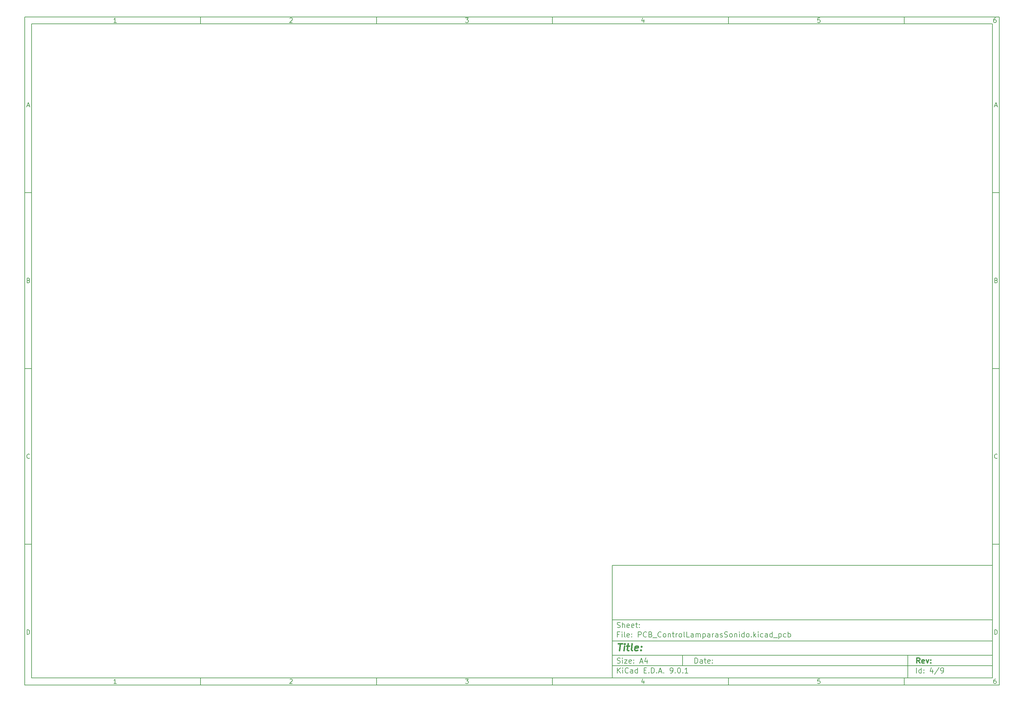
<source format=gbr>
%TF.GenerationSoftware,KiCad,Pcbnew,9.0.1*%
%TF.CreationDate,2025-04-21T16:50:23+01:00*%
%TF.ProjectId,PCB_ControlLamparasSonido,5043425f-436f-46e7-9472-6f6c4c616d70,rev?*%
%TF.SameCoordinates,Original*%
%TF.FileFunction,Paste,Bot*%
%TF.FilePolarity,Positive*%
%FSLAX46Y46*%
G04 Gerber Fmt 4.6, Leading zero omitted, Abs format (unit mm)*
G04 Created by KiCad (PCBNEW 9.0.1) date 2025-04-21 16:50:23*
%MOMM*%
%LPD*%
G01*
G04 APERTURE LIST*
%ADD10C,0.100000*%
%ADD11C,0.150000*%
%ADD12C,0.300000*%
%ADD13C,0.400000*%
G04 APERTURE END LIST*
D10*
D11*
X177002200Y-166007200D02*
X285002200Y-166007200D01*
X285002200Y-198007200D01*
X177002200Y-198007200D01*
X177002200Y-166007200D01*
D10*
D11*
X10000000Y-10000000D02*
X287002200Y-10000000D01*
X287002200Y-200007200D01*
X10000000Y-200007200D01*
X10000000Y-10000000D01*
D10*
D11*
X12000000Y-12000000D02*
X285002200Y-12000000D01*
X285002200Y-198007200D01*
X12000000Y-198007200D01*
X12000000Y-12000000D01*
D10*
D11*
X60000000Y-12000000D02*
X60000000Y-10000000D01*
D10*
D11*
X110000000Y-12000000D02*
X110000000Y-10000000D01*
D10*
D11*
X160000000Y-12000000D02*
X160000000Y-10000000D01*
D10*
D11*
X210000000Y-12000000D02*
X210000000Y-10000000D01*
D10*
D11*
X260000000Y-12000000D02*
X260000000Y-10000000D01*
D10*
D11*
X36089160Y-11593604D02*
X35346303Y-11593604D01*
X35717731Y-11593604D02*
X35717731Y-10293604D01*
X35717731Y-10293604D02*
X35593922Y-10479319D01*
X35593922Y-10479319D02*
X35470112Y-10603128D01*
X35470112Y-10603128D02*
X35346303Y-10665033D01*
D10*
D11*
X85346303Y-10417414D02*
X85408207Y-10355509D01*
X85408207Y-10355509D02*
X85532017Y-10293604D01*
X85532017Y-10293604D02*
X85841541Y-10293604D01*
X85841541Y-10293604D02*
X85965350Y-10355509D01*
X85965350Y-10355509D02*
X86027255Y-10417414D01*
X86027255Y-10417414D02*
X86089160Y-10541223D01*
X86089160Y-10541223D02*
X86089160Y-10665033D01*
X86089160Y-10665033D02*
X86027255Y-10850747D01*
X86027255Y-10850747D02*
X85284398Y-11593604D01*
X85284398Y-11593604D02*
X86089160Y-11593604D01*
D10*
D11*
X135284398Y-10293604D02*
X136089160Y-10293604D01*
X136089160Y-10293604D02*
X135655826Y-10788842D01*
X135655826Y-10788842D02*
X135841541Y-10788842D01*
X135841541Y-10788842D02*
X135965350Y-10850747D01*
X135965350Y-10850747D02*
X136027255Y-10912652D01*
X136027255Y-10912652D02*
X136089160Y-11036461D01*
X136089160Y-11036461D02*
X136089160Y-11345985D01*
X136089160Y-11345985D02*
X136027255Y-11469795D01*
X136027255Y-11469795D02*
X135965350Y-11531700D01*
X135965350Y-11531700D02*
X135841541Y-11593604D01*
X135841541Y-11593604D02*
X135470112Y-11593604D01*
X135470112Y-11593604D02*
X135346303Y-11531700D01*
X135346303Y-11531700D02*
X135284398Y-11469795D01*
D10*
D11*
X185965350Y-10726938D02*
X185965350Y-11593604D01*
X185655826Y-10231700D02*
X185346303Y-11160271D01*
X185346303Y-11160271D02*
X186151064Y-11160271D01*
D10*
D11*
X236027255Y-10293604D02*
X235408207Y-10293604D01*
X235408207Y-10293604D02*
X235346303Y-10912652D01*
X235346303Y-10912652D02*
X235408207Y-10850747D01*
X235408207Y-10850747D02*
X235532017Y-10788842D01*
X235532017Y-10788842D02*
X235841541Y-10788842D01*
X235841541Y-10788842D02*
X235965350Y-10850747D01*
X235965350Y-10850747D02*
X236027255Y-10912652D01*
X236027255Y-10912652D02*
X236089160Y-11036461D01*
X236089160Y-11036461D02*
X236089160Y-11345985D01*
X236089160Y-11345985D02*
X236027255Y-11469795D01*
X236027255Y-11469795D02*
X235965350Y-11531700D01*
X235965350Y-11531700D02*
X235841541Y-11593604D01*
X235841541Y-11593604D02*
X235532017Y-11593604D01*
X235532017Y-11593604D02*
X235408207Y-11531700D01*
X235408207Y-11531700D02*
X235346303Y-11469795D01*
D10*
D11*
X285965350Y-10293604D02*
X285717731Y-10293604D01*
X285717731Y-10293604D02*
X285593922Y-10355509D01*
X285593922Y-10355509D02*
X285532017Y-10417414D01*
X285532017Y-10417414D02*
X285408207Y-10603128D01*
X285408207Y-10603128D02*
X285346303Y-10850747D01*
X285346303Y-10850747D02*
X285346303Y-11345985D01*
X285346303Y-11345985D02*
X285408207Y-11469795D01*
X285408207Y-11469795D02*
X285470112Y-11531700D01*
X285470112Y-11531700D02*
X285593922Y-11593604D01*
X285593922Y-11593604D02*
X285841541Y-11593604D01*
X285841541Y-11593604D02*
X285965350Y-11531700D01*
X285965350Y-11531700D02*
X286027255Y-11469795D01*
X286027255Y-11469795D02*
X286089160Y-11345985D01*
X286089160Y-11345985D02*
X286089160Y-11036461D01*
X286089160Y-11036461D02*
X286027255Y-10912652D01*
X286027255Y-10912652D02*
X285965350Y-10850747D01*
X285965350Y-10850747D02*
X285841541Y-10788842D01*
X285841541Y-10788842D02*
X285593922Y-10788842D01*
X285593922Y-10788842D02*
X285470112Y-10850747D01*
X285470112Y-10850747D02*
X285408207Y-10912652D01*
X285408207Y-10912652D02*
X285346303Y-11036461D01*
D10*
D11*
X60000000Y-198007200D02*
X60000000Y-200007200D01*
D10*
D11*
X110000000Y-198007200D02*
X110000000Y-200007200D01*
D10*
D11*
X160000000Y-198007200D02*
X160000000Y-200007200D01*
D10*
D11*
X210000000Y-198007200D02*
X210000000Y-200007200D01*
D10*
D11*
X260000000Y-198007200D02*
X260000000Y-200007200D01*
D10*
D11*
X36089160Y-199600804D02*
X35346303Y-199600804D01*
X35717731Y-199600804D02*
X35717731Y-198300804D01*
X35717731Y-198300804D02*
X35593922Y-198486519D01*
X35593922Y-198486519D02*
X35470112Y-198610328D01*
X35470112Y-198610328D02*
X35346303Y-198672233D01*
D10*
D11*
X85346303Y-198424614D02*
X85408207Y-198362709D01*
X85408207Y-198362709D02*
X85532017Y-198300804D01*
X85532017Y-198300804D02*
X85841541Y-198300804D01*
X85841541Y-198300804D02*
X85965350Y-198362709D01*
X85965350Y-198362709D02*
X86027255Y-198424614D01*
X86027255Y-198424614D02*
X86089160Y-198548423D01*
X86089160Y-198548423D02*
X86089160Y-198672233D01*
X86089160Y-198672233D02*
X86027255Y-198857947D01*
X86027255Y-198857947D02*
X85284398Y-199600804D01*
X85284398Y-199600804D02*
X86089160Y-199600804D01*
D10*
D11*
X135284398Y-198300804D02*
X136089160Y-198300804D01*
X136089160Y-198300804D02*
X135655826Y-198796042D01*
X135655826Y-198796042D02*
X135841541Y-198796042D01*
X135841541Y-198796042D02*
X135965350Y-198857947D01*
X135965350Y-198857947D02*
X136027255Y-198919852D01*
X136027255Y-198919852D02*
X136089160Y-199043661D01*
X136089160Y-199043661D02*
X136089160Y-199353185D01*
X136089160Y-199353185D02*
X136027255Y-199476995D01*
X136027255Y-199476995D02*
X135965350Y-199538900D01*
X135965350Y-199538900D02*
X135841541Y-199600804D01*
X135841541Y-199600804D02*
X135470112Y-199600804D01*
X135470112Y-199600804D02*
X135346303Y-199538900D01*
X135346303Y-199538900D02*
X135284398Y-199476995D01*
D10*
D11*
X185965350Y-198734138D02*
X185965350Y-199600804D01*
X185655826Y-198238900D02*
X185346303Y-199167471D01*
X185346303Y-199167471D02*
X186151064Y-199167471D01*
D10*
D11*
X236027255Y-198300804D02*
X235408207Y-198300804D01*
X235408207Y-198300804D02*
X235346303Y-198919852D01*
X235346303Y-198919852D02*
X235408207Y-198857947D01*
X235408207Y-198857947D02*
X235532017Y-198796042D01*
X235532017Y-198796042D02*
X235841541Y-198796042D01*
X235841541Y-198796042D02*
X235965350Y-198857947D01*
X235965350Y-198857947D02*
X236027255Y-198919852D01*
X236027255Y-198919852D02*
X236089160Y-199043661D01*
X236089160Y-199043661D02*
X236089160Y-199353185D01*
X236089160Y-199353185D02*
X236027255Y-199476995D01*
X236027255Y-199476995D02*
X235965350Y-199538900D01*
X235965350Y-199538900D02*
X235841541Y-199600804D01*
X235841541Y-199600804D02*
X235532017Y-199600804D01*
X235532017Y-199600804D02*
X235408207Y-199538900D01*
X235408207Y-199538900D02*
X235346303Y-199476995D01*
D10*
D11*
X285965350Y-198300804D02*
X285717731Y-198300804D01*
X285717731Y-198300804D02*
X285593922Y-198362709D01*
X285593922Y-198362709D02*
X285532017Y-198424614D01*
X285532017Y-198424614D02*
X285408207Y-198610328D01*
X285408207Y-198610328D02*
X285346303Y-198857947D01*
X285346303Y-198857947D02*
X285346303Y-199353185D01*
X285346303Y-199353185D02*
X285408207Y-199476995D01*
X285408207Y-199476995D02*
X285470112Y-199538900D01*
X285470112Y-199538900D02*
X285593922Y-199600804D01*
X285593922Y-199600804D02*
X285841541Y-199600804D01*
X285841541Y-199600804D02*
X285965350Y-199538900D01*
X285965350Y-199538900D02*
X286027255Y-199476995D01*
X286027255Y-199476995D02*
X286089160Y-199353185D01*
X286089160Y-199353185D02*
X286089160Y-199043661D01*
X286089160Y-199043661D02*
X286027255Y-198919852D01*
X286027255Y-198919852D02*
X285965350Y-198857947D01*
X285965350Y-198857947D02*
X285841541Y-198796042D01*
X285841541Y-198796042D02*
X285593922Y-198796042D01*
X285593922Y-198796042D02*
X285470112Y-198857947D01*
X285470112Y-198857947D02*
X285408207Y-198919852D01*
X285408207Y-198919852D02*
X285346303Y-199043661D01*
D10*
D11*
X10000000Y-60000000D02*
X12000000Y-60000000D01*
D10*
D11*
X10000000Y-110000000D02*
X12000000Y-110000000D01*
D10*
D11*
X10000000Y-160000000D02*
X12000000Y-160000000D01*
D10*
D11*
X10690476Y-35222176D02*
X11309523Y-35222176D01*
X10566666Y-35593604D02*
X10999999Y-34293604D01*
X10999999Y-34293604D02*
X11433333Y-35593604D01*
D10*
D11*
X11092857Y-84912652D02*
X11278571Y-84974557D01*
X11278571Y-84974557D02*
X11340476Y-85036461D01*
X11340476Y-85036461D02*
X11402380Y-85160271D01*
X11402380Y-85160271D02*
X11402380Y-85345985D01*
X11402380Y-85345985D02*
X11340476Y-85469795D01*
X11340476Y-85469795D02*
X11278571Y-85531700D01*
X11278571Y-85531700D02*
X11154761Y-85593604D01*
X11154761Y-85593604D02*
X10659523Y-85593604D01*
X10659523Y-85593604D02*
X10659523Y-84293604D01*
X10659523Y-84293604D02*
X11092857Y-84293604D01*
X11092857Y-84293604D02*
X11216666Y-84355509D01*
X11216666Y-84355509D02*
X11278571Y-84417414D01*
X11278571Y-84417414D02*
X11340476Y-84541223D01*
X11340476Y-84541223D02*
X11340476Y-84665033D01*
X11340476Y-84665033D02*
X11278571Y-84788842D01*
X11278571Y-84788842D02*
X11216666Y-84850747D01*
X11216666Y-84850747D02*
X11092857Y-84912652D01*
X11092857Y-84912652D02*
X10659523Y-84912652D01*
D10*
D11*
X11402380Y-135469795D02*
X11340476Y-135531700D01*
X11340476Y-135531700D02*
X11154761Y-135593604D01*
X11154761Y-135593604D02*
X11030952Y-135593604D01*
X11030952Y-135593604D02*
X10845238Y-135531700D01*
X10845238Y-135531700D02*
X10721428Y-135407890D01*
X10721428Y-135407890D02*
X10659523Y-135284080D01*
X10659523Y-135284080D02*
X10597619Y-135036461D01*
X10597619Y-135036461D02*
X10597619Y-134850747D01*
X10597619Y-134850747D02*
X10659523Y-134603128D01*
X10659523Y-134603128D02*
X10721428Y-134479319D01*
X10721428Y-134479319D02*
X10845238Y-134355509D01*
X10845238Y-134355509D02*
X11030952Y-134293604D01*
X11030952Y-134293604D02*
X11154761Y-134293604D01*
X11154761Y-134293604D02*
X11340476Y-134355509D01*
X11340476Y-134355509D02*
X11402380Y-134417414D01*
D10*
D11*
X10659523Y-185593604D02*
X10659523Y-184293604D01*
X10659523Y-184293604D02*
X10969047Y-184293604D01*
X10969047Y-184293604D02*
X11154761Y-184355509D01*
X11154761Y-184355509D02*
X11278571Y-184479319D01*
X11278571Y-184479319D02*
X11340476Y-184603128D01*
X11340476Y-184603128D02*
X11402380Y-184850747D01*
X11402380Y-184850747D02*
X11402380Y-185036461D01*
X11402380Y-185036461D02*
X11340476Y-185284080D01*
X11340476Y-185284080D02*
X11278571Y-185407890D01*
X11278571Y-185407890D02*
X11154761Y-185531700D01*
X11154761Y-185531700D02*
X10969047Y-185593604D01*
X10969047Y-185593604D02*
X10659523Y-185593604D01*
D10*
D11*
X287002200Y-60000000D02*
X285002200Y-60000000D01*
D10*
D11*
X287002200Y-110000000D02*
X285002200Y-110000000D01*
D10*
D11*
X287002200Y-160000000D02*
X285002200Y-160000000D01*
D10*
D11*
X285692676Y-35222176D02*
X286311723Y-35222176D01*
X285568866Y-35593604D02*
X286002199Y-34293604D01*
X286002199Y-34293604D02*
X286435533Y-35593604D01*
D10*
D11*
X286095057Y-84912652D02*
X286280771Y-84974557D01*
X286280771Y-84974557D02*
X286342676Y-85036461D01*
X286342676Y-85036461D02*
X286404580Y-85160271D01*
X286404580Y-85160271D02*
X286404580Y-85345985D01*
X286404580Y-85345985D02*
X286342676Y-85469795D01*
X286342676Y-85469795D02*
X286280771Y-85531700D01*
X286280771Y-85531700D02*
X286156961Y-85593604D01*
X286156961Y-85593604D02*
X285661723Y-85593604D01*
X285661723Y-85593604D02*
X285661723Y-84293604D01*
X285661723Y-84293604D02*
X286095057Y-84293604D01*
X286095057Y-84293604D02*
X286218866Y-84355509D01*
X286218866Y-84355509D02*
X286280771Y-84417414D01*
X286280771Y-84417414D02*
X286342676Y-84541223D01*
X286342676Y-84541223D02*
X286342676Y-84665033D01*
X286342676Y-84665033D02*
X286280771Y-84788842D01*
X286280771Y-84788842D02*
X286218866Y-84850747D01*
X286218866Y-84850747D02*
X286095057Y-84912652D01*
X286095057Y-84912652D02*
X285661723Y-84912652D01*
D10*
D11*
X286404580Y-135469795D02*
X286342676Y-135531700D01*
X286342676Y-135531700D02*
X286156961Y-135593604D01*
X286156961Y-135593604D02*
X286033152Y-135593604D01*
X286033152Y-135593604D02*
X285847438Y-135531700D01*
X285847438Y-135531700D02*
X285723628Y-135407890D01*
X285723628Y-135407890D02*
X285661723Y-135284080D01*
X285661723Y-135284080D02*
X285599819Y-135036461D01*
X285599819Y-135036461D02*
X285599819Y-134850747D01*
X285599819Y-134850747D02*
X285661723Y-134603128D01*
X285661723Y-134603128D02*
X285723628Y-134479319D01*
X285723628Y-134479319D02*
X285847438Y-134355509D01*
X285847438Y-134355509D02*
X286033152Y-134293604D01*
X286033152Y-134293604D02*
X286156961Y-134293604D01*
X286156961Y-134293604D02*
X286342676Y-134355509D01*
X286342676Y-134355509D02*
X286404580Y-134417414D01*
D10*
D11*
X285661723Y-185593604D02*
X285661723Y-184293604D01*
X285661723Y-184293604D02*
X285971247Y-184293604D01*
X285971247Y-184293604D02*
X286156961Y-184355509D01*
X286156961Y-184355509D02*
X286280771Y-184479319D01*
X286280771Y-184479319D02*
X286342676Y-184603128D01*
X286342676Y-184603128D02*
X286404580Y-184850747D01*
X286404580Y-184850747D02*
X286404580Y-185036461D01*
X286404580Y-185036461D02*
X286342676Y-185284080D01*
X286342676Y-185284080D02*
X286280771Y-185407890D01*
X286280771Y-185407890D02*
X286156961Y-185531700D01*
X286156961Y-185531700D02*
X285971247Y-185593604D01*
X285971247Y-185593604D02*
X285661723Y-185593604D01*
D10*
D11*
X200458026Y-193793328D02*
X200458026Y-192293328D01*
X200458026Y-192293328D02*
X200815169Y-192293328D01*
X200815169Y-192293328D02*
X201029455Y-192364757D01*
X201029455Y-192364757D02*
X201172312Y-192507614D01*
X201172312Y-192507614D02*
X201243741Y-192650471D01*
X201243741Y-192650471D02*
X201315169Y-192936185D01*
X201315169Y-192936185D02*
X201315169Y-193150471D01*
X201315169Y-193150471D02*
X201243741Y-193436185D01*
X201243741Y-193436185D02*
X201172312Y-193579042D01*
X201172312Y-193579042D02*
X201029455Y-193721900D01*
X201029455Y-193721900D02*
X200815169Y-193793328D01*
X200815169Y-193793328D02*
X200458026Y-193793328D01*
X202600884Y-193793328D02*
X202600884Y-193007614D01*
X202600884Y-193007614D02*
X202529455Y-192864757D01*
X202529455Y-192864757D02*
X202386598Y-192793328D01*
X202386598Y-192793328D02*
X202100884Y-192793328D01*
X202100884Y-192793328D02*
X201958026Y-192864757D01*
X202600884Y-193721900D02*
X202458026Y-193793328D01*
X202458026Y-193793328D02*
X202100884Y-193793328D01*
X202100884Y-193793328D02*
X201958026Y-193721900D01*
X201958026Y-193721900D02*
X201886598Y-193579042D01*
X201886598Y-193579042D02*
X201886598Y-193436185D01*
X201886598Y-193436185D02*
X201958026Y-193293328D01*
X201958026Y-193293328D02*
X202100884Y-193221900D01*
X202100884Y-193221900D02*
X202458026Y-193221900D01*
X202458026Y-193221900D02*
X202600884Y-193150471D01*
X203100884Y-192793328D02*
X203672312Y-192793328D01*
X203315169Y-192293328D02*
X203315169Y-193579042D01*
X203315169Y-193579042D02*
X203386598Y-193721900D01*
X203386598Y-193721900D02*
X203529455Y-193793328D01*
X203529455Y-193793328D02*
X203672312Y-193793328D01*
X204743741Y-193721900D02*
X204600884Y-193793328D01*
X204600884Y-193793328D02*
X204315170Y-193793328D01*
X204315170Y-193793328D02*
X204172312Y-193721900D01*
X204172312Y-193721900D02*
X204100884Y-193579042D01*
X204100884Y-193579042D02*
X204100884Y-193007614D01*
X204100884Y-193007614D02*
X204172312Y-192864757D01*
X204172312Y-192864757D02*
X204315170Y-192793328D01*
X204315170Y-192793328D02*
X204600884Y-192793328D01*
X204600884Y-192793328D02*
X204743741Y-192864757D01*
X204743741Y-192864757D02*
X204815170Y-193007614D01*
X204815170Y-193007614D02*
X204815170Y-193150471D01*
X204815170Y-193150471D02*
X204100884Y-193293328D01*
X205458026Y-193650471D02*
X205529455Y-193721900D01*
X205529455Y-193721900D02*
X205458026Y-193793328D01*
X205458026Y-193793328D02*
X205386598Y-193721900D01*
X205386598Y-193721900D02*
X205458026Y-193650471D01*
X205458026Y-193650471D02*
X205458026Y-193793328D01*
X205458026Y-192864757D02*
X205529455Y-192936185D01*
X205529455Y-192936185D02*
X205458026Y-193007614D01*
X205458026Y-193007614D02*
X205386598Y-192936185D01*
X205386598Y-192936185D02*
X205458026Y-192864757D01*
X205458026Y-192864757D02*
X205458026Y-193007614D01*
D10*
D11*
X177002200Y-194507200D02*
X285002200Y-194507200D01*
D10*
D11*
X178458026Y-196593328D02*
X178458026Y-195093328D01*
X179315169Y-196593328D02*
X178672312Y-195736185D01*
X179315169Y-195093328D02*
X178458026Y-195950471D01*
X179958026Y-196593328D02*
X179958026Y-195593328D01*
X179958026Y-195093328D02*
X179886598Y-195164757D01*
X179886598Y-195164757D02*
X179958026Y-195236185D01*
X179958026Y-195236185D02*
X180029455Y-195164757D01*
X180029455Y-195164757D02*
X179958026Y-195093328D01*
X179958026Y-195093328D02*
X179958026Y-195236185D01*
X181529455Y-196450471D02*
X181458027Y-196521900D01*
X181458027Y-196521900D02*
X181243741Y-196593328D01*
X181243741Y-196593328D02*
X181100884Y-196593328D01*
X181100884Y-196593328D02*
X180886598Y-196521900D01*
X180886598Y-196521900D02*
X180743741Y-196379042D01*
X180743741Y-196379042D02*
X180672312Y-196236185D01*
X180672312Y-196236185D02*
X180600884Y-195950471D01*
X180600884Y-195950471D02*
X180600884Y-195736185D01*
X180600884Y-195736185D02*
X180672312Y-195450471D01*
X180672312Y-195450471D02*
X180743741Y-195307614D01*
X180743741Y-195307614D02*
X180886598Y-195164757D01*
X180886598Y-195164757D02*
X181100884Y-195093328D01*
X181100884Y-195093328D02*
X181243741Y-195093328D01*
X181243741Y-195093328D02*
X181458027Y-195164757D01*
X181458027Y-195164757D02*
X181529455Y-195236185D01*
X182815170Y-196593328D02*
X182815170Y-195807614D01*
X182815170Y-195807614D02*
X182743741Y-195664757D01*
X182743741Y-195664757D02*
X182600884Y-195593328D01*
X182600884Y-195593328D02*
X182315170Y-195593328D01*
X182315170Y-195593328D02*
X182172312Y-195664757D01*
X182815170Y-196521900D02*
X182672312Y-196593328D01*
X182672312Y-196593328D02*
X182315170Y-196593328D01*
X182315170Y-196593328D02*
X182172312Y-196521900D01*
X182172312Y-196521900D02*
X182100884Y-196379042D01*
X182100884Y-196379042D02*
X182100884Y-196236185D01*
X182100884Y-196236185D02*
X182172312Y-196093328D01*
X182172312Y-196093328D02*
X182315170Y-196021900D01*
X182315170Y-196021900D02*
X182672312Y-196021900D01*
X182672312Y-196021900D02*
X182815170Y-195950471D01*
X184172313Y-196593328D02*
X184172313Y-195093328D01*
X184172313Y-196521900D02*
X184029455Y-196593328D01*
X184029455Y-196593328D02*
X183743741Y-196593328D01*
X183743741Y-196593328D02*
X183600884Y-196521900D01*
X183600884Y-196521900D02*
X183529455Y-196450471D01*
X183529455Y-196450471D02*
X183458027Y-196307614D01*
X183458027Y-196307614D02*
X183458027Y-195879042D01*
X183458027Y-195879042D02*
X183529455Y-195736185D01*
X183529455Y-195736185D02*
X183600884Y-195664757D01*
X183600884Y-195664757D02*
X183743741Y-195593328D01*
X183743741Y-195593328D02*
X184029455Y-195593328D01*
X184029455Y-195593328D02*
X184172313Y-195664757D01*
X186029455Y-195807614D02*
X186529455Y-195807614D01*
X186743741Y-196593328D02*
X186029455Y-196593328D01*
X186029455Y-196593328D02*
X186029455Y-195093328D01*
X186029455Y-195093328D02*
X186743741Y-195093328D01*
X187386598Y-196450471D02*
X187458027Y-196521900D01*
X187458027Y-196521900D02*
X187386598Y-196593328D01*
X187386598Y-196593328D02*
X187315170Y-196521900D01*
X187315170Y-196521900D02*
X187386598Y-196450471D01*
X187386598Y-196450471D02*
X187386598Y-196593328D01*
X188100884Y-196593328D02*
X188100884Y-195093328D01*
X188100884Y-195093328D02*
X188458027Y-195093328D01*
X188458027Y-195093328D02*
X188672313Y-195164757D01*
X188672313Y-195164757D02*
X188815170Y-195307614D01*
X188815170Y-195307614D02*
X188886599Y-195450471D01*
X188886599Y-195450471D02*
X188958027Y-195736185D01*
X188958027Y-195736185D02*
X188958027Y-195950471D01*
X188958027Y-195950471D02*
X188886599Y-196236185D01*
X188886599Y-196236185D02*
X188815170Y-196379042D01*
X188815170Y-196379042D02*
X188672313Y-196521900D01*
X188672313Y-196521900D02*
X188458027Y-196593328D01*
X188458027Y-196593328D02*
X188100884Y-196593328D01*
X189600884Y-196450471D02*
X189672313Y-196521900D01*
X189672313Y-196521900D02*
X189600884Y-196593328D01*
X189600884Y-196593328D02*
X189529456Y-196521900D01*
X189529456Y-196521900D02*
X189600884Y-196450471D01*
X189600884Y-196450471D02*
X189600884Y-196593328D01*
X190243742Y-196164757D02*
X190958028Y-196164757D01*
X190100885Y-196593328D02*
X190600885Y-195093328D01*
X190600885Y-195093328D02*
X191100885Y-196593328D01*
X191600884Y-196450471D02*
X191672313Y-196521900D01*
X191672313Y-196521900D02*
X191600884Y-196593328D01*
X191600884Y-196593328D02*
X191529456Y-196521900D01*
X191529456Y-196521900D02*
X191600884Y-196450471D01*
X191600884Y-196450471D02*
X191600884Y-196593328D01*
X193529456Y-196593328D02*
X193815170Y-196593328D01*
X193815170Y-196593328D02*
X193958027Y-196521900D01*
X193958027Y-196521900D02*
X194029456Y-196450471D01*
X194029456Y-196450471D02*
X194172313Y-196236185D01*
X194172313Y-196236185D02*
X194243742Y-195950471D01*
X194243742Y-195950471D02*
X194243742Y-195379042D01*
X194243742Y-195379042D02*
X194172313Y-195236185D01*
X194172313Y-195236185D02*
X194100885Y-195164757D01*
X194100885Y-195164757D02*
X193958027Y-195093328D01*
X193958027Y-195093328D02*
X193672313Y-195093328D01*
X193672313Y-195093328D02*
X193529456Y-195164757D01*
X193529456Y-195164757D02*
X193458027Y-195236185D01*
X193458027Y-195236185D02*
X193386599Y-195379042D01*
X193386599Y-195379042D02*
X193386599Y-195736185D01*
X193386599Y-195736185D02*
X193458027Y-195879042D01*
X193458027Y-195879042D02*
X193529456Y-195950471D01*
X193529456Y-195950471D02*
X193672313Y-196021900D01*
X193672313Y-196021900D02*
X193958027Y-196021900D01*
X193958027Y-196021900D02*
X194100885Y-195950471D01*
X194100885Y-195950471D02*
X194172313Y-195879042D01*
X194172313Y-195879042D02*
X194243742Y-195736185D01*
X194886598Y-196450471D02*
X194958027Y-196521900D01*
X194958027Y-196521900D02*
X194886598Y-196593328D01*
X194886598Y-196593328D02*
X194815170Y-196521900D01*
X194815170Y-196521900D02*
X194886598Y-196450471D01*
X194886598Y-196450471D02*
X194886598Y-196593328D01*
X195886599Y-195093328D02*
X196029456Y-195093328D01*
X196029456Y-195093328D02*
X196172313Y-195164757D01*
X196172313Y-195164757D02*
X196243742Y-195236185D01*
X196243742Y-195236185D02*
X196315170Y-195379042D01*
X196315170Y-195379042D02*
X196386599Y-195664757D01*
X196386599Y-195664757D02*
X196386599Y-196021900D01*
X196386599Y-196021900D02*
X196315170Y-196307614D01*
X196315170Y-196307614D02*
X196243742Y-196450471D01*
X196243742Y-196450471D02*
X196172313Y-196521900D01*
X196172313Y-196521900D02*
X196029456Y-196593328D01*
X196029456Y-196593328D02*
X195886599Y-196593328D01*
X195886599Y-196593328D02*
X195743742Y-196521900D01*
X195743742Y-196521900D02*
X195672313Y-196450471D01*
X195672313Y-196450471D02*
X195600884Y-196307614D01*
X195600884Y-196307614D02*
X195529456Y-196021900D01*
X195529456Y-196021900D02*
X195529456Y-195664757D01*
X195529456Y-195664757D02*
X195600884Y-195379042D01*
X195600884Y-195379042D02*
X195672313Y-195236185D01*
X195672313Y-195236185D02*
X195743742Y-195164757D01*
X195743742Y-195164757D02*
X195886599Y-195093328D01*
X197029455Y-196450471D02*
X197100884Y-196521900D01*
X197100884Y-196521900D02*
X197029455Y-196593328D01*
X197029455Y-196593328D02*
X196958027Y-196521900D01*
X196958027Y-196521900D02*
X197029455Y-196450471D01*
X197029455Y-196450471D02*
X197029455Y-196593328D01*
X198529456Y-196593328D02*
X197672313Y-196593328D01*
X198100884Y-196593328D02*
X198100884Y-195093328D01*
X198100884Y-195093328D02*
X197958027Y-195307614D01*
X197958027Y-195307614D02*
X197815170Y-195450471D01*
X197815170Y-195450471D02*
X197672313Y-195521900D01*
D10*
D11*
X177002200Y-191507200D02*
X285002200Y-191507200D01*
D10*
D12*
X264413853Y-193785528D02*
X263913853Y-193071242D01*
X263556710Y-193785528D02*
X263556710Y-192285528D01*
X263556710Y-192285528D02*
X264128139Y-192285528D01*
X264128139Y-192285528D02*
X264270996Y-192356957D01*
X264270996Y-192356957D02*
X264342425Y-192428385D01*
X264342425Y-192428385D02*
X264413853Y-192571242D01*
X264413853Y-192571242D02*
X264413853Y-192785528D01*
X264413853Y-192785528D02*
X264342425Y-192928385D01*
X264342425Y-192928385D02*
X264270996Y-192999814D01*
X264270996Y-192999814D02*
X264128139Y-193071242D01*
X264128139Y-193071242D02*
X263556710Y-193071242D01*
X265628139Y-193714100D02*
X265485282Y-193785528D01*
X265485282Y-193785528D02*
X265199568Y-193785528D01*
X265199568Y-193785528D02*
X265056710Y-193714100D01*
X265056710Y-193714100D02*
X264985282Y-193571242D01*
X264985282Y-193571242D02*
X264985282Y-192999814D01*
X264985282Y-192999814D02*
X265056710Y-192856957D01*
X265056710Y-192856957D02*
X265199568Y-192785528D01*
X265199568Y-192785528D02*
X265485282Y-192785528D01*
X265485282Y-192785528D02*
X265628139Y-192856957D01*
X265628139Y-192856957D02*
X265699568Y-192999814D01*
X265699568Y-192999814D02*
X265699568Y-193142671D01*
X265699568Y-193142671D02*
X264985282Y-193285528D01*
X266199567Y-192785528D02*
X266556710Y-193785528D01*
X266556710Y-193785528D02*
X266913853Y-192785528D01*
X267485281Y-193642671D02*
X267556710Y-193714100D01*
X267556710Y-193714100D02*
X267485281Y-193785528D01*
X267485281Y-193785528D02*
X267413853Y-193714100D01*
X267413853Y-193714100D02*
X267485281Y-193642671D01*
X267485281Y-193642671D02*
X267485281Y-193785528D01*
X267485281Y-192856957D02*
X267556710Y-192928385D01*
X267556710Y-192928385D02*
X267485281Y-192999814D01*
X267485281Y-192999814D02*
X267413853Y-192928385D01*
X267413853Y-192928385D02*
X267485281Y-192856957D01*
X267485281Y-192856957D02*
X267485281Y-192999814D01*
D10*
D11*
X178386598Y-193721900D02*
X178600884Y-193793328D01*
X178600884Y-193793328D02*
X178958026Y-193793328D01*
X178958026Y-193793328D02*
X179100884Y-193721900D01*
X179100884Y-193721900D02*
X179172312Y-193650471D01*
X179172312Y-193650471D02*
X179243741Y-193507614D01*
X179243741Y-193507614D02*
X179243741Y-193364757D01*
X179243741Y-193364757D02*
X179172312Y-193221900D01*
X179172312Y-193221900D02*
X179100884Y-193150471D01*
X179100884Y-193150471D02*
X178958026Y-193079042D01*
X178958026Y-193079042D02*
X178672312Y-193007614D01*
X178672312Y-193007614D02*
X178529455Y-192936185D01*
X178529455Y-192936185D02*
X178458026Y-192864757D01*
X178458026Y-192864757D02*
X178386598Y-192721900D01*
X178386598Y-192721900D02*
X178386598Y-192579042D01*
X178386598Y-192579042D02*
X178458026Y-192436185D01*
X178458026Y-192436185D02*
X178529455Y-192364757D01*
X178529455Y-192364757D02*
X178672312Y-192293328D01*
X178672312Y-192293328D02*
X179029455Y-192293328D01*
X179029455Y-192293328D02*
X179243741Y-192364757D01*
X179886597Y-193793328D02*
X179886597Y-192793328D01*
X179886597Y-192293328D02*
X179815169Y-192364757D01*
X179815169Y-192364757D02*
X179886597Y-192436185D01*
X179886597Y-192436185D02*
X179958026Y-192364757D01*
X179958026Y-192364757D02*
X179886597Y-192293328D01*
X179886597Y-192293328D02*
X179886597Y-192436185D01*
X180458026Y-192793328D02*
X181243741Y-192793328D01*
X181243741Y-192793328D02*
X180458026Y-193793328D01*
X180458026Y-193793328D02*
X181243741Y-193793328D01*
X182386598Y-193721900D02*
X182243741Y-193793328D01*
X182243741Y-193793328D02*
X181958027Y-193793328D01*
X181958027Y-193793328D02*
X181815169Y-193721900D01*
X181815169Y-193721900D02*
X181743741Y-193579042D01*
X181743741Y-193579042D02*
X181743741Y-193007614D01*
X181743741Y-193007614D02*
X181815169Y-192864757D01*
X181815169Y-192864757D02*
X181958027Y-192793328D01*
X181958027Y-192793328D02*
X182243741Y-192793328D01*
X182243741Y-192793328D02*
X182386598Y-192864757D01*
X182386598Y-192864757D02*
X182458027Y-193007614D01*
X182458027Y-193007614D02*
X182458027Y-193150471D01*
X182458027Y-193150471D02*
X181743741Y-193293328D01*
X183100883Y-193650471D02*
X183172312Y-193721900D01*
X183172312Y-193721900D02*
X183100883Y-193793328D01*
X183100883Y-193793328D02*
X183029455Y-193721900D01*
X183029455Y-193721900D02*
X183100883Y-193650471D01*
X183100883Y-193650471D02*
X183100883Y-193793328D01*
X183100883Y-192864757D02*
X183172312Y-192936185D01*
X183172312Y-192936185D02*
X183100883Y-193007614D01*
X183100883Y-193007614D02*
X183029455Y-192936185D01*
X183029455Y-192936185D02*
X183100883Y-192864757D01*
X183100883Y-192864757D02*
X183100883Y-193007614D01*
X184886598Y-193364757D02*
X185600884Y-193364757D01*
X184743741Y-193793328D02*
X185243741Y-192293328D01*
X185243741Y-192293328D02*
X185743741Y-193793328D01*
X186886598Y-192793328D02*
X186886598Y-193793328D01*
X186529455Y-192221900D02*
X186172312Y-193293328D01*
X186172312Y-193293328D02*
X187100883Y-193293328D01*
D10*
D11*
X263458026Y-196593328D02*
X263458026Y-195093328D01*
X264815170Y-196593328D02*
X264815170Y-195093328D01*
X264815170Y-196521900D02*
X264672312Y-196593328D01*
X264672312Y-196593328D02*
X264386598Y-196593328D01*
X264386598Y-196593328D02*
X264243741Y-196521900D01*
X264243741Y-196521900D02*
X264172312Y-196450471D01*
X264172312Y-196450471D02*
X264100884Y-196307614D01*
X264100884Y-196307614D02*
X264100884Y-195879042D01*
X264100884Y-195879042D02*
X264172312Y-195736185D01*
X264172312Y-195736185D02*
X264243741Y-195664757D01*
X264243741Y-195664757D02*
X264386598Y-195593328D01*
X264386598Y-195593328D02*
X264672312Y-195593328D01*
X264672312Y-195593328D02*
X264815170Y-195664757D01*
X265529455Y-196450471D02*
X265600884Y-196521900D01*
X265600884Y-196521900D02*
X265529455Y-196593328D01*
X265529455Y-196593328D02*
X265458027Y-196521900D01*
X265458027Y-196521900D02*
X265529455Y-196450471D01*
X265529455Y-196450471D02*
X265529455Y-196593328D01*
X265529455Y-195664757D02*
X265600884Y-195736185D01*
X265600884Y-195736185D02*
X265529455Y-195807614D01*
X265529455Y-195807614D02*
X265458027Y-195736185D01*
X265458027Y-195736185D02*
X265529455Y-195664757D01*
X265529455Y-195664757D02*
X265529455Y-195807614D01*
X268029456Y-195593328D02*
X268029456Y-196593328D01*
X267672313Y-195021900D02*
X267315170Y-196093328D01*
X267315170Y-196093328D02*
X268243741Y-196093328D01*
X269886598Y-195021900D02*
X268600884Y-196950471D01*
X270458027Y-196593328D02*
X270743741Y-196593328D01*
X270743741Y-196593328D02*
X270886598Y-196521900D01*
X270886598Y-196521900D02*
X270958027Y-196450471D01*
X270958027Y-196450471D02*
X271100884Y-196236185D01*
X271100884Y-196236185D02*
X271172313Y-195950471D01*
X271172313Y-195950471D02*
X271172313Y-195379042D01*
X271172313Y-195379042D02*
X271100884Y-195236185D01*
X271100884Y-195236185D02*
X271029456Y-195164757D01*
X271029456Y-195164757D02*
X270886598Y-195093328D01*
X270886598Y-195093328D02*
X270600884Y-195093328D01*
X270600884Y-195093328D02*
X270458027Y-195164757D01*
X270458027Y-195164757D02*
X270386598Y-195236185D01*
X270386598Y-195236185D02*
X270315170Y-195379042D01*
X270315170Y-195379042D02*
X270315170Y-195736185D01*
X270315170Y-195736185D02*
X270386598Y-195879042D01*
X270386598Y-195879042D02*
X270458027Y-195950471D01*
X270458027Y-195950471D02*
X270600884Y-196021900D01*
X270600884Y-196021900D02*
X270886598Y-196021900D01*
X270886598Y-196021900D02*
X271029456Y-195950471D01*
X271029456Y-195950471D02*
X271100884Y-195879042D01*
X271100884Y-195879042D02*
X271172313Y-195736185D01*
D10*
D11*
X177002200Y-187507200D02*
X285002200Y-187507200D01*
D10*
D13*
X178693928Y-188211638D02*
X179836785Y-188211638D01*
X179015357Y-190211638D02*
X179265357Y-188211638D01*
X180253452Y-190211638D02*
X180420119Y-188878304D01*
X180503452Y-188211638D02*
X180396309Y-188306876D01*
X180396309Y-188306876D02*
X180479643Y-188402114D01*
X180479643Y-188402114D02*
X180586786Y-188306876D01*
X180586786Y-188306876D02*
X180503452Y-188211638D01*
X180503452Y-188211638D02*
X180479643Y-188402114D01*
X181086786Y-188878304D02*
X181848690Y-188878304D01*
X181455833Y-188211638D02*
X181241548Y-189925923D01*
X181241548Y-189925923D02*
X181312976Y-190116400D01*
X181312976Y-190116400D02*
X181491548Y-190211638D01*
X181491548Y-190211638D02*
X181682024Y-190211638D01*
X182634405Y-190211638D02*
X182455833Y-190116400D01*
X182455833Y-190116400D02*
X182384405Y-189925923D01*
X182384405Y-189925923D02*
X182598690Y-188211638D01*
X184170119Y-190116400D02*
X183967738Y-190211638D01*
X183967738Y-190211638D02*
X183586785Y-190211638D01*
X183586785Y-190211638D02*
X183408214Y-190116400D01*
X183408214Y-190116400D02*
X183336785Y-189925923D01*
X183336785Y-189925923D02*
X183432024Y-189164019D01*
X183432024Y-189164019D02*
X183551071Y-188973542D01*
X183551071Y-188973542D02*
X183753452Y-188878304D01*
X183753452Y-188878304D02*
X184134404Y-188878304D01*
X184134404Y-188878304D02*
X184312976Y-188973542D01*
X184312976Y-188973542D02*
X184384404Y-189164019D01*
X184384404Y-189164019D02*
X184360595Y-189354495D01*
X184360595Y-189354495D02*
X183384404Y-189544971D01*
X185134405Y-190021161D02*
X185217738Y-190116400D01*
X185217738Y-190116400D02*
X185110595Y-190211638D01*
X185110595Y-190211638D02*
X185027262Y-190116400D01*
X185027262Y-190116400D02*
X185134405Y-190021161D01*
X185134405Y-190021161D02*
X185110595Y-190211638D01*
X185265357Y-188973542D02*
X185348690Y-189068780D01*
X185348690Y-189068780D02*
X185241548Y-189164019D01*
X185241548Y-189164019D02*
X185158214Y-189068780D01*
X185158214Y-189068780D02*
X185265357Y-188973542D01*
X185265357Y-188973542D02*
X185241548Y-189164019D01*
D10*
D11*
X178958026Y-185607614D02*
X178458026Y-185607614D01*
X178458026Y-186393328D02*
X178458026Y-184893328D01*
X178458026Y-184893328D02*
X179172312Y-184893328D01*
X179743740Y-186393328D02*
X179743740Y-185393328D01*
X179743740Y-184893328D02*
X179672312Y-184964757D01*
X179672312Y-184964757D02*
X179743740Y-185036185D01*
X179743740Y-185036185D02*
X179815169Y-184964757D01*
X179815169Y-184964757D02*
X179743740Y-184893328D01*
X179743740Y-184893328D02*
X179743740Y-185036185D01*
X180672312Y-186393328D02*
X180529455Y-186321900D01*
X180529455Y-186321900D02*
X180458026Y-186179042D01*
X180458026Y-186179042D02*
X180458026Y-184893328D01*
X181815169Y-186321900D02*
X181672312Y-186393328D01*
X181672312Y-186393328D02*
X181386598Y-186393328D01*
X181386598Y-186393328D02*
X181243740Y-186321900D01*
X181243740Y-186321900D02*
X181172312Y-186179042D01*
X181172312Y-186179042D02*
X181172312Y-185607614D01*
X181172312Y-185607614D02*
X181243740Y-185464757D01*
X181243740Y-185464757D02*
X181386598Y-185393328D01*
X181386598Y-185393328D02*
X181672312Y-185393328D01*
X181672312Y-185393328D02*
X181815169Y-185464757D01*
X181815169Y-185464757D02*
X181886598Y-185607614D01*
X181886598Y-185607614D02*
X181886598Y-185750471D01*
X181886598Y-185750471D02*
X181172312Y-185893328D01*
X182529454Y-186250471D02*
X182600883Y-186321900D01*
X182600883Y-186321900D02*
X182529454Y-186393328D01*
X182529454Y-186393328D02*
X182458026Y-186321900D01*
X182458026Y-186321900D02*
X182529454Y-186250471D01*
X182529454Y-186250471D02*
X182529454Y-186393328D01*
X182529454Y-185464757D02*
X182600883Y-185536185D01*
X182600883Y-185536185D02*
X182529454Y-185607614D01*
X182529454Y-185607614D02*
X182458026Y-185536185D01*
X182458026Y-185536185D02*
X182529454Y-185464757D01*
X182529454Y-185464757D02*
X182529454Y-185607614D01*
X184386597Y-186393328D02*
X184386597Y-184893328D01*
X184386597Y-184893328D02*
X184958026Y-184893328D01*
X184958026Y-184893328D02*
X185100883Y-184964757D01*
X185100883Y-184964757D02*
X185172312Y-185036185D01*
X185172312Y-185036185D02*
X185243740Y-185179042D01*
X185243740Y-185179042D02*
X185243740Y-185393328D01*
X185243740Y-185393328D02*
X185172312Y-185536185D01*
X185172312Y-185536185D02*
X185100883Y-185607614D01*
X185100883Y-185607614D02*
X184958026Y-185679042D01*
X184958026Y-185679042D02*
X184386597Y-185679042D01*
X186743740Y-186250471D02*
X186672312Y-186321900D01*
X186672312Y-186321900D02*
X186458026Y-186393328D01*
X186458026Y-186393328D02*
X186315169Y-186393328D01*
X186315169Y-186393328D02*
X186100883Y-186321900D01*
X186100883Y-186321900D02*
X185958026Y-186179042D01*
X185958026Y-186179042D02*
X185886597Y-186036185D01*
X185886597Y-186036185D02*
X185815169Y-185750471D01*
X185815169Y-185750471D02*
X185815169Y-185536185D01*
X185815169Y-185536185D02*
X185886597Y-185250471D01*
X185886597Y-185250471D02*
X185958026Y-185107614D01*
X185958026Y-185107614D02*
X186100883Y-184964757D01*
X186100883Y-184964757D02*
X186315169Y-184893328D01*
X186315169Y-184893328D02*
X186458026Y-184893328D01*
X186458026Y-184893328D02*
X186672312Y-184964757D01*
X186672312Y-184964757D02*
X186743740Y-185036185D01*
X187886597Y-185607614D02*
X188100883Y-185679042D01*
X188100883Y-185679042D02*
X188172312Y-185750471D01*
X188172312Y-185750471D02*
X188243740Y-185893328D01*
X188243740Y-185893328D02*
X188243740Y-186107614D01*
X188243740Y-186107614D02*
X188172312Y-186250471D01*
X188172312Y-186250471D02*
X188100883Y-186321900D01*
X188100883Y-186321900D02*
X187958026Y-186393328D01*
X187958026Y-186393328D02*
X187386597Y-186393328D01*
X187386597Y-186393328D02*
X187386597Y-184893328D01*
X187386597Y-184893328D02*
X187886597Y-184893328D01*
X187886597Y-184893328D02*
X188029455Y-184964757D01*
X188029455Y-184964757D02*
X188100883Y-185036185D01*
X188100883Y-185036185D02*
X188172312Y-185179042D01*
X188172312Y-185179042D02*
X188172312Y-185321900D01*
X188172312Y-185321900D02*
X188100883Y-185464757D01*
X188100883Y-185464757D02*
X188029455Y-185536185D01*
X188029455Y-185536185D02*
X187886597Y-185607614D01*
X187886597Y-185607614D02*
X187386597Y-185607614D01*
X188529455Y-186536185D02*
X189672312Y-186536185D01*
X190886597Y-186250471D02*
X190815169Y-186321900D01*
X190815169Y-186321900D02*
X190600883Y-186393328D01*
X190600883Y-186393328D02*
X190458026Y-186393328D01*
X190458026Y-186393328D02*
X190243740Y-186321900D01*
X190243740Y-186321900D02*
X190100883Y-186179042D01*
X190100883Y-186179042D02*
X190029454Y-186036185D01*
X190029454Y-186036185D02*
X189958026Y-185750471D01*
X189958026Y-185750471D02*
X189958026Y-185536185D01*
X189958026Y-185536185D02*
X190029454Y-185250471D01*
X190029454Y-185250471D02*
X190100883Y-185107614D01*
X190100883Y-185107614D02*
X190243740Y-184964757D01*
X190243740Y-184964757D02*
X190458026Y-184893328D01*
X190458026Y-184893328D02*
X190600883Y-184893328D01*
X190600883Y-184893328D02*
X190815169Y-184964757D01*
X190815169Y-184964757D02*
X190886597Y-185036185D01*
X191743740Y-186393328D02*
X191600883Y-186321900D01*
X191600883Y-186321900D02*
X191529454Y-186250471D01*
X191529454Y-186250471D02*
X191458026Y-186107614D01*
X191458026Y-186107614D02*
X191458026Y-185679042D01*
X191458026Y-185679042D02*
X191529454Y-185536185D01*
X191529454Y-185536185D02*
X191600883Y-185464757D01*
X191600883Y-185464757D02*
X191743740Y-185393328D01*
X191743740Y-185393328D02*
X191958026Y-185393328D01*
X191958026Y-185393328D02*
X192100883Y-185464757D01*
X192100883Y-185464757D02*
X192172312Y-185536185D01*
X192172312Y-185536185D02*
X192243740Y-185679042D01*
X192243740Y-185679042D02*
X192243740Y-186107614D01*
X192243740Y-186107614D02*
X192172312Y-186250471D01*
X192172312Y-186250471D02*
X192100883Y-186321900D01*
X192100883Y-186321900D02*
X191958026Y-186393328D01*
X191958026Y-186393328D02*
X191743740Y-186393328D01*
X192886597Y-185393328D02*
X192886597Y-186393328D01*
X192886597Y-185536185D02*
X192958026Y-185464757D01*
X192958026Y-185464757D02*
X193100883Y-185393328D01*
X193100883Y-185393328D02*
X193315169Y-185393328D01*
X193315169Y-185393328D02*
X193458026Y-185464757D01*
X193458026Y-185464757D02*
X193529455Y-185607614D01*
X193529455Y-185607614D02*
X193529455Y-186393328D01*
X194029455Y-185393328D02*
X194600883Y-185393328D01*
X194243740Y-184893328D02*
X194243740Y-186179042D01*
X194243740Y-186179042D02*
X194315169Y-186321900D01*
X194315169Y-186321900D02*
X194458026Y-186393328D01*
X194458026Y-186393328D02*
X194600883Y-186393328D01*
X195100883Y-186393328D02*
X195100883Y-185393328D01*
X195100883Y-185679042D02*
X195172312Y-185536185D01*
X195172312Y-185536185D02*
X195243741Y-185464757D01*
X195243741Y-185464757D02*
X195386598Y-185393328D01*
X195386598Y-185393328D02*
X195529455Y-185393328D01*
X196243740Y-186393328D02*
X196100883Y-186321900D01*
X196100883Y-186321900D02*
X196029454Y-186250471D01*
X196029454Y-186250471D02*
X195958026Y-186107614D01*
X195958026Y-186107614D02*
X195958026Y-185679042D01*
X195958026Y-185679042D02*
X196029454Y-185536185D01*
X196029454Y-185536185D02*
X196100883Y-185464757D01*
X196100883Y-185464757D02*
X196243740Y-185393328D01*
X196243740Y-185393328D02*
X196458026Y-185393328D01*
X196458026Y-185393328D02*
X196600883Y-185464757D01*
X196600883Y-185464757D02*
X196672312Y-185536185D01*
X196672312Y-185536185D02*
X196743740Y-185679042D01*
X196743740Y-185679042D02*
X196743740Y-186107614D01*
X196743740Y-186107614D02*
X196672312Y-186250471D01*
X196672312Y-186250471D02*
X196600883Y-186321900D01*
X196600883Y-186321900D02*
X196458026Y-186393328D01*
X196458026Y-186393328D02*
X196243740Y-186393328D01*
X197600883Y-186393328D02*
X197458026Y-186321900D01*
X197458026Y-186321900D02*
X197386597Y-186179042D01*
X197386597Y-186179042D02*
X197386597Y-184893328D01*
X198886597Y-186393328D02*
X198172311Y-186393328D01*
X198172311Y-186393328D02*
X198172311Y-184893328D01*
X200029455Y-186393328D02*
X200029455Y-185607614D01*
X200029455Y-185607614D02*
X199958026Y-185464757D01*
X199958026Y-185464757D02*
X199815169Y-185393328D01*
X199815169Y-185393328D02*
X199529455Y-185393328D01*
X199529455Y-185393328D02*
X199386597Y-185464757D01*
X200029455Y-186321900D02*
X199886597Y-186393328D01*
X199886597Y-186393328D02*
X199529455Y-186393328D01*
X199529455Y-186393328D02*
X199386597Y-186321900D01*
X199386597Y-186321900D02*
X199315169Y-186179042D01*
X199315169Y-186179042D02*
X199315169Y-186036185D01*
X199315169Y-186036185D02*
X199386597Y-185893328D01*
X199386597Y-185893328D02*
X199529455Y-185821900D01*
X199529455Y-185821900D02*
X199886597Y-185821900D01*
X199886597Y-185821900D02*
X200029455Y-185750471D01*
X200743740Y-186393328D02*
X200743740Y-185393328D01*
X200743740Y-185536185D02*
X200815169Y-185464757D01*
X200815169Y-185464757D02*
X200958026Y-185393328D01*
X200958026Y-185393328D02*
X201172312Y-185393328D01*
X201172312Y-185393328D02*
X201315169Y-185464757D01*
X201315169Y-185464757D02*
X201386598Y-185607614D01*
X201386598Y-185607614D02*
X201386598Y-186393328D01*
X201386598Y-185607614D02*
X201458026Y-185464757D01*
X201458026Y-185464757D02*
X201600883Y-185393328D01*
X201600883Y-185393328D02*
X201815169Y-185393328D01*
X201815169Y-185393328D02*
X201958026Y-185464757D01*
X201958026Y-185464757D02*
X202029455Y-185607614D01*
X202029455Y-185607614D02*
X202029455Y-186393328D01*
X202743740Y-185393328D02*
X202743740Y-186893328D01*
X202743740Y-185464757D02*
X202886598Y-185393328D01*
X202886598Y-185393328D02*
X203172312Y-185393328D01*
X203172312Y-185393328D02*
X203315169Y-185464757D01*
X203315169Y-185464757D02*
X203386598Y-185536185D01*
X203386598Y-185536185D02*
X203458026Y-185679042D01*
X203458026Y-185679042D02*
X203458026Y-186107614D01*
X203458026Y-186107614D02*
X203386598Y-186250471D01*
X203386598Y-186250471D02*
X203315169Y-186321900D01*
X203315169Y-186321900D02*
X203172312Y-186393328D01*
X203172312Y-186393328D02*
X202886598Y-186393328D01*
X202886598Y-186393328D02*
X202743740Y-186321900D01*
X204743741Y-186393328D02*
X204743741Y-185607614D01*
X204743741Y-185607614D02*
X204672312Y-185464757D01*
X204672312Y-185464757D02*
X204529455Y-185393328D01*
X204529455Y-185393328D02*
X204243741Y-185393328D01*
X204243741Y-185393328D02*
X204100883Y-185464757D01*
X204743741Y-186321900D02*
X204600883Y-186393328D01*
X204600883Y-186393328D02*
X204243741Y-186393328D01*
X204243741Y-186393328D02*
X204100883Y-186321900D01*
X204100883Y-186321900D02*
X204029455Y-186179042D01*
X204029455Y-186179042D02*
X204029455Y-186036185D01*
X204029455Y-186036185D02*
X204100883Y-185893328D01*
X204100883Y-185893328D02*
X204243741Y-185821900D01*
X204243741Y-185821900D02*
X204600883Y-185821900D01*
X204600883Y-185821900D02*
X204743741Y-185750471D01*
X205458026Y-186393328D02*
X205458026Y-185393328D01*
X205458026Y-185679042D02*
X205529455Y-185536185D01*
X205529455Y-185536185D02*
X205600884Y-185464757D01*
X205600884Y-185464757D02*
X205743741Y-185393328D01*
X205743741Y-185393328D02*
X205886598Y-185393328D01*
X207029455Y-186393328D02*
X207029455Y-185607614D01*
X207029455Y-185607614D02*
X206958026Y-185464757D01*
X206958026Y-185464757D02*
X206815169Y-185393328D01*
X206815169Y-185393328D02*
X206529455Y-185393328D01*
X206529455Y-185393328D02*
X206386597Y-185464757D01*
X207029455Y-186321900D02*
X206886597Y-186393328D01*
X206886597Y-186393328D02*
X206529455Y-186393328D01*
X206529455Y-186393328D02*
X206386597Y-186321900D01*
X206386597Y-186321900D02*
X206315169Y-186179042D01*
X206315169Y-186179042D02*
X206315169Y-186036185D01*
X206315169Y-186036185D02*
X206386597Y-185893328D01*
X206386597Y-185893328D02*
X206529455Y-185821900D01*
X206529455Y-185821900D02*
X206886597Y-185821900D01*
X206886597Y-185821900D02*
X207029455Y-185750471D01*
X207672312Y-186321900D02*
X207815169Y-186393328D01*
X207815169Y-186393328D02*
X208100883Y-186393328D01*
X208100883Y-186393328D02*
X208243740Y-186321900D01*
X208243740Y-186321900D02*
X208315169Y-186179042D01*
X208315169Y-186179042D02*
X208315169Y-186107614D01*
X208315169Y-186107614D02*
X208243740Y-185964757D01*
X208243740Y-185964757D02*
X208100883Y-185893328D01*
X208100883Y-185893328D02*
X207886598Y-185893328D01*
X207886598Y-185893328D02*
X207743740Y-185821900D01*
X207743740Y-185821900D02*
X207672312Y-185679042D01*
X207672312Y-185679042D02*
X207672312Y-185607614D01*
X207672312Y-185607614D02*
X207743740Y-185464757D01*
X207743740Y-185464757D02*
X207886598Y-185393328D01*
X207886598Y-185393328D02*
X208100883Y-185393328D01*
X208100883Y-185393328D02*
X208243740Y-185464757D01*
X208886598Y-186321900D02*
X209100884Y-186393328D01*
X209100884Y-186393328D02*
X209458026Y-186393328D01*
X209458026Y-186393328D02*
X209600884Y-186321900D01*
X209600884Y-186321900D02*
X209672312Y-186250471D01*
X209672312Y-186250471D02*
X209743741Y-186107614D01*
X209743741Y-186107614D02*
X209743741Y-185964757D01*
X209743741Y-185964757D02*
X209672312Y-185821900D01*
X209672312Y-185821900D02*
X209600884Y-185750471D01*
X209600884Y-185750471D02*
X209458026Y-185679042D01*
X209458026Y-185679042D02*
X209172312Y-185607614D01*
X209172312Y-185607614D02*
X209029455Y-185536185D01*
X209029455Y-185536185D02*
X208958026Y-185464757D01*
X208958026Y-185464757D02*
X208886598Y-185321900D01*
X208886598Y-185321900D02*
X208886598Y-185179042D01*
X208886598Y-185179042D02*
X208958026Y-185036185D01*
X208958026Y-185036185D02*
X209029455Y-184964757D01*
X209029455Y-184964757D02*
X209172312Y-184893328D01*
X209172312Y-184893328D02*
X209529455Y-184893328D01*
X209529455Y-184893328D02*
X209743741Y-184964757D01*
X210600883Y-186393328D02*
X210458026Y-186321900D01*
X210458026Y-186321900D02*
X210386597Y-186250471D01*
X210386597Y-186250471D02*
X210315169Y-186107614D01*
X210315169Y-186107614D02*
X210315169Y-185679042D01*
X210315169Y-185679042D02*
X210386597Y-185536185D01*
X210386597Y-185536185D02*
X210458026Y-185464757D01*
X210458026Y-185464757D02*
X210600883Y-185393328D01*
X210600883Y-185393328D02*
X210815169Y-185393328D01*
X210815169Y-185393328D02*
X210958026Y-185464757D01*
X210958026Y-185464757D02*
X211029455Y-185536185D01*
X211029455Y-185536185D02*
X211100883Y-185679042D01*
X211100883Y-185679042D02*
X211100883Y-186107614D01*
X211100883Y-186107614D02*
X211029455Y-186250471D01*
X211029455Y-186250471D02*
X210958026Y-186321900D01*
X210958026Y-186321900D02*
X210815169Y-186393328D01*
X210815169Y-186393328D02*
X210600883Y-186393328D01*
X211743740Y-185393328D02*
X211743740Y-186393328D01*
X211743740Y-185536185D02*
X211815169Y-185464757D01*
X211815169Y-185464757D02*
X211958026Y-185393328D01*
X211958026Y-185393328D02*
X212172312Y-185393328D01*
X212172312Y-185393328D02*
X212315169Y-185464757D01*
X212315169Y-185464757D02*
X212386598Y-185607614D01*
X212386598Y-185607614D02*
X212386598Y-186393328D01*
X213100883Y-186393328D02*
X213100883Y-185393328D01*
X213100883Y-184893328D02*
X213029455Y-184964757D01*
X213029455Y-184964757D02*
X213100883Y-185036185D01*
X213100883Y-185036185D02*
X213172312Y-184964757D01*
X213172312Y-184964757D02*
X213100883Y-184893328D01*
X213100883Y-184893328D02*
X213100883Y-185036185D01*
X214458027Y-186393328D02*
X214458027Y-184893328D01*
X214458027Y-186321900D02*
X214315169Y-186393328D01*
X214315169Y-186393328D02*
X214029455Y-186393328D01*
X214029455Y-186393328D02*
X213886598Y-186321900D01*
X213886598Y-186321900D02*
X213815169Y-186250471D01*
X213815169Y-186250471D02*
X213743741Y-186107614D01*
X213743741Y-186107614D02*
X213743741Y-185679042D01*
X213743741Y-185679042D02*
X213815169Y-185536185D01*
X213815169Y-185536185D02*
X213886598Y-185464757D01*
X213886598Y-185464757D02*
X214029455Y-185393328D01*
X214029455Y-185393328D02*
X214315169Y-185393328D01*
X214315169Y-185393328D02*
X214458027Y-185464757D01*
X215386598Y-186393328D02*
X215243741Y-186321900D01*
X215243741Y-186321900D02*
X215172312Y-186250471D01*
X215172312Y-186250471D02*
X215100884Y-186107614D01*
X215100884Y-186107614D02*
X215100884Y-185679042D01*
X215100884Y-185679042D02*
X215172312Y-185536185D01*
X215172312Y-185536185D02*
X215243741Y-185464757D01*
X215243741Y-185464757D02*
X215386598Y-185393328D01*
X215386598Y-185393328D02*
X215600884Y-185393328D01*
X215600884Y-185393328D02*
X215743741Y-185464757D01*
X215743741Y-185464757D02*
X215815170Y-185536185D01*
X215815170Y-185536185D02*
X215886598Y-185679042D01*
X215886598Y-185679042D02*
X215886598Y-186107614D01*
X215886598Y-186107614D02*
X215815170Y-186250471D01*
X215815170Y-186250471D02*
X215743741Y-186321900D01*
X215743741Y-186321900D02*
X215600884Y-186393328D01*
X215600884Y-186393328D02*
X215386598Y-186393328D01*
X216529455Y-186250471D02*
X216600884Y-186321900D01*
X216600884Y-186321900D02*
X216529455Y-186393328D01*
X216529455Y-186393328D02*
X216458027Y-186321900D01*
X216458027Y-186321900D02*
X216529455Y-186250471D01*
X216529455Y-186250471D02*
X216529455Y-186393328D01*
X217243741Y-186393328D02*
X217243741Y-184893328D01*
X217386599Y-185821900D02*
X217815170Y-186393328D01*
X217815170Y-185393328D02*
X217243741Y-185964757D01*
X218458027Y-186393328D02*
X218458027Y-185393328D01*
X218458027Y-184893328D02*
X218386599Y-184964757D01*
X218386599Y-184964757D02*
X218458027Y-185036185D01*
X218458027Y-185036185D02*
X218529456Y-184964757D01*
X218529456Y-184964757D02*
X218458027Y-184893328D01*
X218458027Y-184893328D02*
X218458027Y-185036185D01*
X219815171Y-186321900D02*
X219672313Y-186393328D01*
X219672313Y-186393328D02*
X219386599Y-186393328D01*
X219386599Y-186393328D02*
X219243742Y-186321900D01*
X219243742Y-186321900D02*
X219172313Y-186250471D01*
X219172313Y-186250471D02*
X219100885Y-186107614D01*
X219100885Y-186107614D02*
X219100885Y-185679042D01*
X219100885Y-185679042D02*
X219172313Y-185536185D01*
X219172313Y-185536185D02*
X219243742Y-185464757D01*
X219243742Y-185464757D02*
X219386599Y-185393328D01*
X219386599Y-185393328D02*
X219672313Y-185393328D01*
X219672313Y-185393328D02*
X219815171Y-185464757D01*
X221100885Y-186393328D02*
X221100885Y-185607614D01*
X221100885Y-185607614D02*
X221029456Y-185464757D01*
X221029456Y-185464757D02*
X220886599Y-185393328D01*
X220886599Y-185393328D02*
X220600885Y-185393328D01*
X220600885Y-185393328D02*
X220458027Y-185464757D01*
X221100885Y-186321900D02*
X220958027Y-186393328D01*
X220958027Y-186393328D02*
X220600885Y-186393328D01*
X220600885Y-186393328D02*
X220458027Y-186321900D01*
X220458027Y-186321900D02*
X220386599Y-186179042D01*
X220386599Y-186179042D02*
X220386599Y-186036185D01*
X220386599Y-186036185D02*
X220458027Y-185893328D01*
X220458027Y-185893328D02*
X220600885Y-185821900D01*
X220600885Y-185821900D02*
X220958027Y-185821900D01*
X220958027Y-185821900D02*
X221100885Y-185750471D01*
X222458028Y-186393328D02*
X222458028Y-184893328D01*
X222458028Y-186321900D02*
X222315170Y-186393328D01*
X222315170Y-186393328D02*
X222029456Y-186393328D01*
X222029456Y-186393328D02*
X221886599Y-186321900D01*
X221886599Y-186321900D02*
X221815170Y-186250471D01*
X221815170Y-186250471D02*
X221743742Y-186107614D01*
X221743742Y-186107614D02*
X221743742Y-185679042D01*
X221743742Y-185679042D02*
X221815170Y-185536185D01*
X221815170Y-185536185D02*
X221886599Y-185464757D01*
X221886599Y-185464757D02*
X222029456Y-185393328D01*
X222029456Y-185393328D02*
X222315170Y-185393328D01*
X222315170Y-185393328D02*
X222458028Y-185464757D01*
X222815171Y-186536185D02*
X223958028Y-186536185D01*
X224315170Y-185393328D02*
X224315170Y-186893328D01*
X224315170Y-185464757D02*
X224458028Y-185393328D01*
X224458028Y-185393328D02*
X224743742Y-185393328D01*
X224743742Y-185393328D02*
X224886599Y-185464757D01*
X224886599Y-185464757D02*
X224958028Y-185536185D01*
X224958028Y-185536185D02*
X225029456Y-185679042D01*
X225029456Y-185679042D02*
X225029456Y-186107614D01*
X225029456Y-186107614D02*
X224958028Y-186250471D01*
X224958028Y-186250471D02*
X224886599Y-186321900D01*
X224886599Y-186321900D02*
X224743742Y-186393328D01*
X224743742Y-186393328D02*
X224458028Y-186393328D01*
X224458028Y-186393328D02*
X224315170Y-186321900D01*
X226315171Y-186321900D02*
X226172313Y-186393328D01*
X226172313Y-186393328D02*
X225886599Y-186393328D01*
X225886599Y-186393328D02*
X225743742Y-186321900D01*
X225743742Y-186321900D02*
X225672313Y-186250471D01*
X225672313Y-186250471D02*
X225600885Y-186107614D01*
X225600885Y-186107614D02*
X225600885Y-185679042D01*
X225600885Y-185679042D02*
X225672313Y-185536185D01*
X225672313Y-185536185D02*
X225743742Y-185464757D01*
X225743742Y-185464757D02*
X225886599Y-185393328D01*
X225886599Y-185393328D02*
X226172313Y-185393328D01*
X226172313Y-185393328D02*
X226315171Y-185464757D01*
X226958027Y-186393328D02*
X226958027Y-184893328D01*
X226958027Y-185464757D02*
X227100885Y-185393328D01*
X227100885Y-185393328D02*
X227386599Y-185393328D01*
X227386599Y-185393328D02*
X227529456Y-185464757D01*
X227529456Y-185464757D02*
X227600885Y-185536185D01*
X227600885Y-185536185D02*
X227672313Y-185679042D01*
X227672313Y-185679042D02*
X227672313Y-186107614D01*
X227672313Y-186107614D02*
X227600885Y-186250471D01*
X227600885Y-186250471D02*
X227529456Y-186321900D01*
X227529456Y-186321900D02*
X227386599Y-186393328D01*
X227386599Y-186393328D02*
X227100885Y-186393328D01*
X227100885Y-186393328D02*
X226958027Y-186321900D01*
D10*
D11*
X177002200Y-181507200D02*
X285002200Y-181507200D01*
D10*
D11*
X178386598Y-183621900D02*
X178600884Y-183693328D01*
X178600884Y-183693328D02*
X178958026Y-183693328D01*
X178958026Y-183693328D02*
X179100884Y-183621900D01*
X179100884Y-183621900D02*
X179172312Y-183550471D01*
X179172312Y-183550471D02*
X179243741Y-183407614D01*
X179243741Y-183407614D02*
X179243741Y-183264757D01*
X179243741Y-183264757D02*
X179172312Y-183121900D01*
X179172312Y-183121900D02*
X179100884Y-183050471D01*
X179100884Y-183050471D02*
X178958026Y-182979042D01*
X178958026Y-182979042D02*
X178672312Y-182907614D01*
X178672312Y-182907614D02*
X178529455Y-182836185D01*
X178529455Y-182836185D02*
X178458026Y-182764757D01*
X178458026Y-182764757D02*
X178386598Y-182621900D01*
X178386598Y-182621900D02*
X178386598Y-182479042D01*
X178386598Y-182479042D02*
X178458026Y-182336185D01*
X178458026Y-182336185D02*
X178529455Y-182264757D01*
X178529455Y-182264757D02*
X178672312Y-182193328D01*
X178672312Y-182193328D02*
X179029455Y-182193328D01*
X179029455Y-182193328D02*
X179243741Y-182264757D01*
X179886597Y-183693328D02*
X179886597Y-182193328D01*
X180529455Y-183693328D02*
X180529455Y-182907614D01*
X180529455Y-182907614D02*
X180458026Y-182764757D01*
X180458026Y-182764757D02*
X180315169Y-182693328D01*
X180315169Y-182693328D02*
X180100883Y-182693328D01*
X180100883Y-182693328D02*
X179958026Y-182764757D01*
X179958026Y-182764757D02*
X179886597Y-182836185D01*
X181815169Y-183621900D02*
X181672312Y-183693328D01*
X181672312Y-183693328D02*
X181386598Y-183693328D01*
X181386598Y-183693328D02*
X181243740Y-183621900D01*
X181243740Y-183621900D02*
X181172312Y-183479042D01*
X181172312Y-183479042D02*
X181172312Y-182907614D01*
X181172312Y-182907614D02*
X181243740Y-182764757D01*
X181243740Y-182764757D02*
X181386598Y-182693328D01*
X181386598Y-182693328D02*
X181672312Y-182693328D01*
X181672312Y-182693328D02*
X181815169Y-182764757D01*
X181815169Y-182764757D02*
X181886598Y-182907614D01*
X181886598Y-182907614D02*
X181886598Y-183050471D01*
X181886598Y-183050471D02*
X181172312Y-183193328D01*
X183100883Y-183621900D02*
X182958026Y-183693328D01*
X182958026Y-183693328D02*
X182672312Y-183693328D01*
X182672312Y-183693328D02*
X182529454Y-183621900D01*
X182529454Y-183621900D02*
X182458026Y-183479042D01*
X182458026Y-183479042D02*
X182458026Y-182907614D01*
X182458026Y-182907614D02*
X182529454Y-182764757D01*
X182529454Y-182764757D02*
X182672312Y-182693328D01*
X182672312Y-182693328D02*
X182958026Y-182693328D01*
X182958026Y-182693328D02*
X183100883Y-182764757D01*
X183100883Y-182764757D02*
X183172312Y-182907614D01*
X183172312Y-182907614D02*
X183172312Y-183050471D01*
X183172312Y-183050471D02*
X182458026Y-183193328D01*
X183600883Y-182693328D02*
X184172311Y-182693328D01*
X183815168Y-182193328D02*
X183815168Y-183479042D01*
X183815168Y-183479042D02*
X183886597Y-183621900D01*
X183886597Y-183621900D02*
X184029454Y-183693328D01*
X184029454Y-183693328D02*
X184172311Y-183693328D01*
X184672311Y-183550471D02*
X184743740Y-183621900D01*
X184743740Y-183621900D02*
X184672311Y-183693328D01*
X184672311Y-183693328D02*
X184600883Y-183621900D01*
X184600883Y-183621900D02*
X184672311Y-183550471D01*
X184672311Y-183550471D02*
X184672311Y-183693328D01*
X184672311Y-182764757D02*
X184743740Y-182836185D01*
X184743740Y-182836185D02*
X184672311Y-182907614D01*
X184672311Y-182907614D02*
X184600883Y-182836185D01*
X184600883Y-182836185D02*
X184672311Y-182764757D01*
X184672311Y-182764757D02*
X184672311Y-182907614D01*
D10*
D11*
X197002200Y-191507200D02*
X197002200Y-194507200D01*
D10*
D11*
X261002200Y-191507200D02*
X261002200Y-198007200D01*
M02*

</source>
